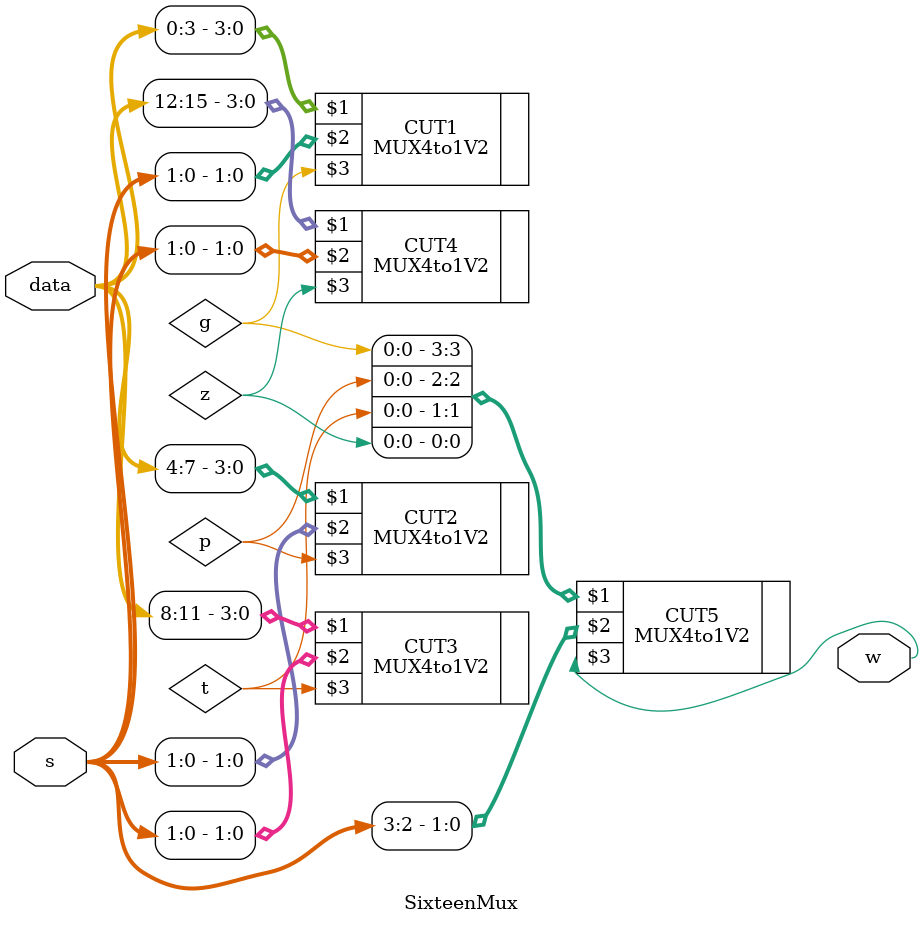
<source format=v>
`timescale 1ns/1ns
module SixteenMux(input [0:15] data,input [3:0] s,output w);
	wire g,p,t,z;
	MUX4to1V2 CUT1({data[0],data[1],data[2],data[3]},{s[1],s[0]},g);
	MUX4to1V2 CUT2({data[4],data[5],data[6],data[7]},{s[1],s[0]},p);
	MUX4to1V2 CUT3({data[8],data[9],data[10],data[11]},{s[1],s[0]},t);
	MUX4to1V2 CUT4({data[12],data[13],data[14],data[15]},{s[1],s[0]},z);
	MUX4to1V2 CUT5({g,p,t,z},{s[3],s[2]},w);
endmodule
</source>
